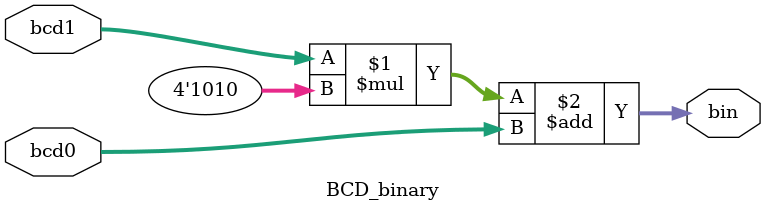
<source format=v>
module BCD_binary
   (
    output wire [5:0] bin, 
    input wire [3:0]   bcd1, 
    input wire [3:0]   bcd0 
    
   );

   assign bin = (bcd1*4'd10) + bcd0;

endmodule

</source>
